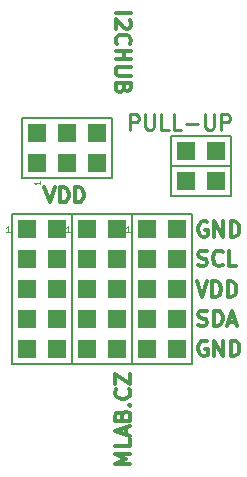
<source format=gbr>
%TF.GenerationSoftware,KiCad,Pcbnew,7.0.7-7.0.7~ubuntu23.04.1*%
%TF.CreationDate,2023-09-17T09:29:20+00:00*%
%TF.ProjectId,I2CHUB01,49324348-5542-4303-912e-6b696361645f,rev?*%
%TF.SameCoordinates,Original*%
%TF.FileFunction,Legend,Top*%
%TF.FilePolarity,Positive*%
%FSLAX46Y46*%
G04 Gerber Fmt 4.6, Leading zero omitted, Abs format (unit mm)*
G04 Created by KiCad (PCBNEW 7.0.7-7.0.7~ubuntu23.04.1) date 2023-09-17 09:29:20*
%MOMM*%
%LPD*%
G01*
G04 APERTURE LIST*
%ADD10C,0.300000*%
%ADD11C,0.250000*%
%ADD12C,0.050000*%
%ADD13C,0.150000*%
%ADD14R,1.524000X1.524000*%
G04 APERTURE END LIST*
D10*
X17253344Y12018790D02*
X17129534Y12080695D01*
X17129534Y12080695D02*
X16943820Y12080695D01*
X16943820Y12080695D02*
X16758106Y12018790D01*
X16758106Y12018790D02*
X16634296Y11894980D01*
X16634296Y11894980D02*
X16572391Y11771171D01*
X16572391Y11771171D02*
X16510487Y11523552D01*
X16510487Y11523552D02*
X16510487Y11337838D01*
X16510487Y11337838D02*
X16572391Y11090219D01*
X16572391Y11090219D02*
X16634296Y10966409D01*
X16634296Y10966409D02*
X16758106Y10842600D01*
X16758106Y10842600D02*
X16943820Y10780695D01*
X16943820Y10780695D02*
X17067629Y10780695D01*
X17067629Y10780695D02*
X17253344Y10842600D01*
X17253344Y10842600D02*
X17315248Y10904504D01*
X17315248Y10904504D02*
X17315248Y11337838D01*
X17315248Y11337838D02*
X17067629Y11337838D01*
X17872391Y10780695D02*
X17872391Y12080695D01*
X17872391Y12080695D02*
X18615248Y10780695D01*
X18615248Y10780695D02*
X18615248Y12080695D01*
X19234296Y10780695D02*
X19234296Y12080695D01*
X19234296Y12080695D02*
X19543820Y12080695D01*
X19543820Y12080695D02*
X19729534Y12018790D01*
X19729534Y12018790D02*
X19853344Y11894980D01*
X19853344Y11894980D02*
X19915249Y11771171D01*
X19915249Y11771171D02*
X19977153Y11523552D01*
X19977153Y11523552D02*
X19977153Y11337838D01*
X19977153Y11337838D02*
X19915249Y11090219D01*
X19915249Y11090219D02*
X19853344Y10966409D01*
X19853344Y10966409D02*
X19729534Y10842600D01*
X19729534Y10842600D02*
X19543820Y10780695D01*
X19543820Y10780695D02*
X19234296Y10780695D01*
X10745804Y1652261D02*
X9445804Y1652261D01*
X9445804Y1652261D02*
X10374376Y2085595D01*
X10374376Y2085595D02*
X9445804Y2518928D01*
X9445804Y2518928D02*
X10745804Y2518928D01*
X10745804Y3757023D02*
X10745804Y3137975D01*
X10745804Y3137975D02*
X9445804Y3137975D01*
X10374376Y4128452D02*
X10374376Y4747499D01*
X10745804Y4004642D02*
X9445804Y4437975D01*
X9445804Y4437975D02*
X10745804Y4871309D01*
X10064852Y5737976D02*
X10126757Y5923690D01*
X10126757Y5923690D02*
X10188661Y5985595D01*
X10188661Y5985595D02*
X10312471Y6047499D01*
X10312471Y6047499D02*
X10498185Y6047499D01*
X10498185Y6047499D02*
X10621995Y5985595D01*
X10621995Y5985595D02*
X10683900Y5923690D01*
X10683900Y5923690D02*
X10745804Y5799880D01*
X10745804Y5799880D02*
X10745804Y5304642D01*
X10745804Y5304642D02*
X9445804Y5304642D01*
X9445804Y5304642D02*
X9445804Y5737976D01*
X9445804Y5737976D02*
X9507709Y5861785D01*
X9507709Y5861785D02*
X9569614Y5923690D01*
X9569614Y5923690D02*
X9693423Y5985595D01*
X9693423Y5985595D02*
X9817233Y5985595D01*
X9817233Y5985595D02*
X9941042Y5923690D01*
X9941042Y5923690D02*
X10002947Y5861785D01*
X10002947Y5861785D02*
X10064852Y5737976D01*
X10064852Y5737976D02*
X10064852Y5304642D01*
X10621995Y6604642D02*
X10683900Y6666547D01*
X10683900Y6666547D02*
X10745804Y6604642D01*
X10745804Y6604642D02*
X10683900Y6542738D01*
X10683900Y6542738D02*
X10621995Y6604642D01*
X10621995Y6604642D02*
X10745804Y6604642D01*
X10621995Y7966547D02*
X10683900Y7904643D01*
X10683900Y7904643D02*
X10745804Y7718928D01*
X10745804Y7718928D02*
X10745804Y7595119D01*
X10745804Y7595119D02*
X10683900Y7409405D01*
X10683900Y7409405D02*
X10560090Y7285595D01*
X10560090Y7285595D02*
X10436280Y7223690D01*
X10436280Y7223690D02*
X10188661Y7161786D01*
X10188661Y7161786D02*
X10002947Y7161786D01*
X10002947Y7161786D02*
X9755328Y7223690D01*
X9755328Y7223690D02*
X9631519Y7285595D01*
X9631519Y7285595D02*
X9507709Y7409405D01*
X9507709Y7409405D02*
X9445804Y7595119D01*
X9445804Y7595119D02*
X9445804Y7718928D01*
X9445804Y7718928D02*
X9507709Y7904643D01*
X9507709Y7904643D02*
X9569614Y7966547D01*
X9445804Y8399881D02*
X9445804Y9266547D01*
X9445804Y9266547D02*
X10745804Y8399881D01*
X10745804Y8399881D02*
X10745804Y9266547D01*
X17253344Y22115290D02*
X17129534Y22177195D01*
X17129534Y22177195D02*
X16943820Y22177195D01*
X16943820Y22177195D02*
X16758106Y22115290D01*
X16758106Y22115290D02*
X16634296Y21991480D01*
X16634296Y21991480D02*
X16572391Y21867671D01*
X16572391Y21867671D02*
X16510487Y21620052D01*
X16510487Y21620052D02*
X16510487Y21434338D01*
X16510487Y21434338D02*
X16572391Y21186719D01*
X16572391Y21186719D02*
X16634296Y21062909D01*
X16634296Y21062909D02*
X16758106Y20939100D01*
X16758106Y20939100D02*
X16943820Y20877195D01*
X16943820Y20877195D02*
X17067629Y20877195D01*
X17067629Y20877195D02*
X17253344Y20939100D01*
X17253344Y20939100D02*
X17315248Y21001004D01*
X17315248Y21001004D02*
X17315248Y21434338D01*
X17315248Y21434338D02*
X17067629Y21434338D01*
X17872391Y20877195D02*
X17872391Y22177195D01*
X17872391Y22177195D02*
X18615248Y20877195D01*
X18615248Y20877195D02*
X18615248Y22177195D01*
X19234296Y20877195D02*
X19234296Y22177195D01*
X19234296Y22177195D02*
X19543820Y22177195D01*
X19543820Y22177195D02*
X19729534Y22115290D01*
X19729534Y22115290D02*
X19853344Y21991480D01*
X19853344Y21991480D02*
X19915249Y21867671D01*
X19915249Y21867671D02*
X19977153Y21620052D01*
X19977153Y21620052D02*
X19977153Y21434338D01*
X19977153Y21434338D02*
X19915249Y21186719D01*
X19915249Y21186719D02*
X19853344Y21062909D01*
X19853344Y21062909D02*
X19729534Y20939100D01*
X19729534Y20939100D02*
X19543820Y20877195D01*
X19543820Y20877195D02*
X19234296Y20877195D01*
X16510487Y18462600D02*
X16696201Y18400695D01*
X16696201Y18400695D02*
X17005725Y18400695D01*
X17005725Y18400695D02*
X17129534Y18462600D01*
X17129534Y18462600D02*
X17191439Y18524504D01*
X17191439Y18524504D02*
X17253344Y18648314D01*
X17253344Y18648314D02*
X17253344Y18772123D01*
X17253344Y18772123D02*
X17191439Y18895933D01*
X17191439Y18895933D02*
X17129534Y18957838D01*
X17129534Y18957838D02*
X17005725Y19019742D01*
X17005725Y19019742D02*
X16758106Y19081647D01*
X16758106Y19081647D02*
X16634296Y19143552D01*
X16634296Y19143552D02*
X16572391Y19205457D01*
X16572391Y19205457D02*
X16510487Y19329266D01*
X16510487Y19329266D02*
X16510487Y19453076D01*
X16510487Y19453076D02*
X16572391Y19576885D01*
X16572391Y19576885D02*
X16634296Y19638790D01*
X16634296Y19638790D02*
X16758106Y19700695D01*
X16758106Y19700695D02*
X17067629Y19700695D01*
X17067629Y19700695D02*
X17253344Y19638790D01*
X18553343Y18524504D02*
X18491439Y18462600D01*
X18491439Y18462600D02*
X18305724Y18400695D01*
X18305724Y18400695D02*
X18181915Y18400695D01*
X18181915Y18400695D02*
X17996201Y18462600D01*
X17996201Y18462600D02*
X17872391Y18586409D01*
X17872391Y18586409D02*
X17810486Y18710219D01*
X17810486Y18710219D02*
X17748582Y18957838D01*
X17748582Y18957838D02*
X17748582Y19143552D01*
X17748582Y19143552D02*
X17810486Y19391171D01*
X17810486Y19391171D02*
X17872391Y19514980D01*
X17872391Y19514980D02*
X17996201Y19638790D01*
X17996201Y19638790D02*
X18181915Y19700695D01*
X18181915Y19700695D02*
X18305724Y19700695D01*
X18305724Y19700695D02*
X18491439Y19638790D01*
X18491439Y19638790D02*
X18553343Y19576885D01*
X19729534Y18400695D02*
X19110486Y18400695D01*
X19110486Y18400695D02*
X19110486Y19700695D01*
X3473666Y25098195D02*
X3906999Y23798195D01*
X3906999Y23798195D02*
X4340333Y25098195D01*
X4773666Y23798195D02*
X4773666Y25098195D01*
X4773666Y25098195D02*
X5083190Y25098195D01*
X5083190Y25098195D02*
X5268904Y25036290D01*
X5268904Y25036290D02*
X5392714Y24912480D01*
X5392714Y24912480D02*
X5454619Y24788671D01*
X5454619Y24788671D02*
X5516523Y24541052D01*
X5516523Y24541052D02*
X5516523Y24355338D01*
X5516523Y24355338D02*
X5454619Y24107719D01*
X5454619Y24107719D02*
X5392714Y23983909D01*
X5392714Y23983909D02*
X5268904Y23860100D01*
X5268904Y23860100D02*
X5083190Y23798195D01*
X5083190Y23798195D02*
X4773666Y23798195D01*
X6073666Y23798195D02*
X6073666Y25098195D01*
X6073666Y25098195D02*
X6383190Y25098195D01*
X6383190Y25098195D02*
X6568904Y25036290D01*
X6568904Y25036290D02*
X6692714Y24912480D01*
X6692714Y24912480D02*
X6754619Y24788671D01*
X6754619Y24788671D02*
X6816523Y24541052D01*
X6816523Y24541052D02*
X6816523Y24355338D01*
X6816523Y24355338D02*
X6754619Y24107719D01*
X6754619Y24107719D02*
X6692714Y23983909D01*
X6692714Y23983909D02*
X6568904Y23860100D01*
X6568904Y23860100D02*
X6383190Y23798195D01*
X6383190Y23798195D02*
X6073666Y23798195D01*
X9510695Y39793452D02*
X10810695Y39793452D01*
X10686885Y39236308D02*
X10748790Y39174404D01*
X10748790Y39174404D02*
X10810695Y39050594D01*
X10810695Y39050594D02*
X10810695Y38741070D01*
X10810695Y38741070D02*
X10748790Y38617261D01*
X10748790Y38617261D02*
X10686885Y38555356D01*
X10686885Y38555356D02*
X10563076Y38493451D01*
X10563076Y38493451D02*
X10439266Y38493451D01*
X10439266Y38493451D02*
X10253552Y38555356D01*
X10253552Y38555356D02*
X9510695Y39298213D01*
X9510695Y39298213D02*
X9510695Y38493451D01*
X9634504Y37193452D02*
X9572600Y37255356D01*
X9572600Y37255356D02*
X9510695Y37441071D01*
X9510695Y37441071D02*
X9510695Y37564880D01*
X9510695Y37564880D02*
X9572600Y37750594D01*
X9572600Y37750594D02*
X9696409Y37874404D01*
X9696409Y37874404D02*
X9820219Y37936309D01*
X9820219Y37936309D02*
X10067838Y37998213D01*
X10067838Y37998213D02*
X10253552Y37998213D01*
X10253552Y37998213D02*
X10501171Y37936309D01*
X10501171Y37936309D02*
X10624980Y37874404D01*
X10624980Y37874404D02*
X10748790Y37750594D01*
X10748790Y37750594D02*
X10810695Y37564880D01*
X10810695Y37564880D02*
X10810695Y37441071D01*
X10810695Y37441071D02*
X10748790Y37255356D01*
X10748790Y37255356D02*
X10686885Y37193452D01*
X9510695Y36636309D02*
X10810695Y36636309D01*
X10191647Y36636309D02*
X10191647Y35893452D01*
X9510695Y35893452D02*
X10810695Y35893452D01*
X10810695Y35274404D02*
X9758314Y35274404D01*
X9758314Y35274404D02*
X9634504Y35212499D01*
X9634504Y35212499D02*
X9572600Y35150594D01*
X9572600Y35150594D02*
X9510695Y35026785D01*
X9510695Y35026785D02*
X9510695Y34779166D01*
X9510695Y34779166D02*
X9572600Y34655356D01*
X9572600Y34655356D02*
X9634504Y34593451D01*
X9634504Y34593451D02*
X9758314Y34531547D01*
X9758314Y34531547D02*
X10810695Y34531547D01*
X10191647Y33479165D02*
X10129742Y33293451D01*
X10129742Y33293451D02*
X10067838Y33231546D01*
X10067838Y33231546D02*
X9944028Y33169642D01*
X9944028Y33169642D02*
X9758314Y33169642D01*
X9758314Y33169642D02*
X9634504Y33231546D01*
X9634504Y33231546D02*
X9572600Y33293451D01*
X9572600Y33293451D02*
X9510695Y33417261D01*
X9510695Y33417261D02*
X9510695Y33912499D01*
X9510695Y33912499D02*
X10810695Y33912499D01*
X10810695Y33912499D02*
X10810695Y33479165D01*
X10810695Y33479165D02*
X10748790Y33355356D01*
X10748790Y33355356D02*
X10686885Y33293451D01*
X10686885Y33293451D02*
X10563076Y33231546D01*
X10563076Y33231546D02*
X10439266Y33231546D01*
X10439266Y33231546D02*
X10315457Y33293451D01*
X10315457Y33293451D02*
X10253552Y33355356D01*
X10253552Y33355356D02*
X10191647Y33479165D01*
X10191647Y33479165D02*
X10191647Y33912499D01*
X16386677Y17097195D02*
X16820010Y15797195D01*
X16820010Y15797195D02*
X17253344Y17097195D01*
X17686677Y15797195D02*
X17686677Y17097195D01*
X17686677Y17097195D02*
X17996201Y17097195D01*
X17996201Y17097195D02*
X18181915Y17035290D01*
X18181915Y17035290D02*
X18305725Y16911480D01*
X18305725Y16911480D02*
X18367630Y16787671D01*
X18367630Y16787671D02*
X18429534Y16540052D01*
X18429534Y16540052D02*
X18429534Y16354338D01*
X18429534Y16354338D02*
X18367630Y16106719D01*
X18367630Y16106719D02*
X18305725Y15982909D01*
X18305725Y15982909D02*
X18181915Y15859100D01*
X18181915Y15859100D02*
X17996201Y15797195D01*
X17996201Y15797195D02*
X17686677Y15797195D01*
X18986677Y15797195D02*
X18986677Y17097195D01*
X18986677Y17097195D02*
X19296201Y17097195D01*
X19296201Y17097195D02*
X19481915Y17035290D01*
X19481915Y17035290D02*
X19605725Y16911480D01*
X19605725Y16911480D02*
X19667630Y16787671D01*
X19667630Y16787671D02*
X19729534Y16540052D01*
X19729534Y16540052D02*
X19729534Y16354338D01*
X19729534Y16354338D02*
X19667630Y16106719D01*
X19667630Y16106719D02*
X19605725Y15982909D01*
X19605725Y15982909D02*
X19481915Y15859100D01*
X19481915Y15859100D02*
X19296201Y15797195D01*
X19296201Y15797195D02*
X18986677Y15797195D01*
D11*
X10712975Y29955095D02*
X10712975Y31255095D01*
X10712975Y31255095D02*
X11208213Y31255095D01*
X11208213Y31255095D02*
X11332023Y31193190D01*
X11332023Y31193190D02*
X11393928Y31131285D01*
X11393928Y31131285D02*
X11455832Y31007476D01*
X11455832Y31007476D02*
X11455832Y30821761D01*
X11455832Y30821761D02*
X11393928Y30697952D01*
X11393928Y30697952D02*
X11332023Y30636047D01*
X11332023Y30636047D02*
X11208213Y30574142D01*
X11208213Y30574142D02*
X10712975Y30574142D01*
X12012975Y31255095D02*
X12012975Y30202714D01*
X12012975Y30202714D02*
X12074880Y30078904D01*
X12074880Y30078904D02*
X12136785Y30017000D01*
X12136785Y30017000D02*
X12260594Y29955095D01*
X12260594Y29955095D02*
X12508213Y29955095D01*
X12508213Y29955095D02*
X12632023Y30017000D01*
X12632023Y30017000D02*
X12693928Y30078904D01*
X12693928Y30078904D02*
X12755832Y30202714D01*
X12755832Y30202714D02*
X12755832Y31255095D01*
X13993928Y29955095D02*
X13374880Y29955095D01*
X13374880Y29955095D02*
X13374880Y31255095D01*
X15046309Y29955095D02*
X14427261Y29955095D01*
X14427261Y29955095D02*
X14427261Y31255095D01*
X15479642Y30450333D02*
X16470119Y30450333D01*
X17089166Y31255095D02*
X17089166Y30202714D01*
X17089166Y30202714D02*
X17151071Y30078904D01*
X17151071Y30078904D02*
X17212976Y30017000D01*
X17212976Y30017000D02*
X17336785Y29955095D01*
X17336785Y29955095D02*
X17584404Y29955095D01*
X17584404Y29955095D02*
X17708214Y30017000D01*
X17708214Y30017000D02*
X17770119Y30078904D01*
X17770119Y30078904D02*
X17832023Y30202714D01*
X17832023Y30202714D02*
X17832023Y31255095D01*
X18451071Y29955095D02*
X18451071Y31255095D01*
X18451071Y31255095D02*
X18946309Y31255095D01*
X18946309Y31255095D02*
X19070119Y31193190D01*
X19070119Y31193190D02*
X19132024Y31131285D01*
X19132024Y31131285D02*
X19193928Y31007476D01*
X19193928Y31007476D02*
X19193928Y30821761D01*
X19193928Y30821761D02*
X19132024Y30697952D01*
X19132024Y30697952D02*
X19070119Y30636047D01*
X19070119Y30636047D02*
X18946309Y30574142D01*
X18946309Y30574142D02*
X18451071Y30574142D01*
D10*
X16510487Y13382600D02*
X16696201Y13320695D01*
X16696201Y13320695D02*
X17005725Y13320695D01*
X17005725Y13320695D02*
X17129534Y13382600D01*
X17129534Y13382600D02*
X17191439Y13444504D01*
X17191439Y13444504D02*
X17253344Y13568314D01*
X17253344Y13568314D02*
X17253344Y13692123D01*
X17253344Y13692123D02*
X17191439Y13815933D01*
X17191439Y13815933D02*
X17129534Y13877838D01*
X17129534Y13877838D02*
X17005725Y13939742D01*
X17005725Y13939742D02*
X16758106Y14001647D01*
X16758106Y14001647D02*
X16634296Y14063552D01*
X16634296Y14063552D02*
X16572391Y14125457D01*
X16572391Y14125457D02*
X16510487Y14249266D01*
X16510487Y14249266D02*
X16510487Y14373076D01*
X16510487Y14373076D02*
X16572391Y14496885D01*
X16572391Y14496885D02*
X16634296Y14558790D01*
X16634296Y14558790D02*
X16758106Y14620695D01*
X16758106Y14620695D02*
X17067629Y14620695D01*
X17067629Y14620695D02*
X17253344Y14558790D01*
X17810486Y13320695D02*
X17810486Y14620695D01*
X17810486Y14620695D02*
X18120010Y14620695D01*
X18120010Y14620695D02*
X18305724Y14558790D01*
X18305724Y14558790D02*
X18429534Y14434980D01*
X18429534Y14434980D02*
X18491439Y14311171D01*
X18491439Y14311171D02*
X18553343Y14063552D01*
X18553343Y14063552D02*
X18553343Y13877838D01*
X18553343Y13877838D02*
X18491439Y13630219D01*
X18491439Y13630219D02*
X18429534Y13506409D01*
X18429534Y13506409D02*
X18305724Y13382600D01*
X18305724Y13382600D02*
X18120010Y13320695D01*
X18120010Y13320695D02*
X17810486Y13320695D01*
X19048582Y13692123D02*
X19667629Y13692123D01*
X18924772Y13320695D02*
X19358105Y14620695D01*
X19358105Y14620695D02*
X19791439Y13320695D01*
D12*
X3086209Y25606357D02*
X3086209Y25320643D01*
X3086209Y25463500D02*
X2586209Y25463500D01*
X2586209Y25463500D02*
X2657638Y25415881D01*
X2657638Y25415881D02*
X2705257Y25368262D01*
X2705257Y25368262D02*
X2729066Y25320643D01*
X10683857Y21297790D02*
X10398143Y21297790D01*
X10541000Y21297790D02*
X10541000Y21797790D01*
X10541000Y21797790D02*
X10493381Y21726361D01*
X10493381Y21726361D02*
X10445762Y21678742D01*
X10445762Y21678742D02*
X10398143Y21654933D01*
X5603857Y21297790D02*
X5318143Y21297790D01*
X5461000Y21297790D02*
X5461000Y21797790D01*
X5461000Y21797790D02*
X5413381Y21726361D01*
X5413381Y21726361D02*
X5365762Y21678742D01*
X5365762Y21678742D02*
X5318143Y21654933D01*
X523857Y21297790D02*
X238143Y21297790D01*
X381000Y21297790D02*
X381000Y21797790D01*
X381000Y21797790D02*
X333381Y21726361D01*
X333381Y21726361D02*
X285762Y21678742D01*
X285762Y21678742D02*
X238143Y21654933D01*
D13*
%TO.C,J1*%
X1587500Y25844500D02*
X1587500Y30924500D01*
X9207500Y25844500D02*
X1587500Y25844500D01*
X1587500Y30924500D02*
X9207500Y30924500D01*
X9207500Y30924500D02*
X9207500Y25844500D01*
%TO.C,J2*%
X10922000Y22796500D02*
X16002000Y22796500D01*
X10922000Y10096500D02*
X10922000Y22796500D01*
X16002000Y22796500D02*
X16002000Y10096500D01*
X16002000Y10096500D02*
X10922000Y10096500D01*
%TO.C,J3*%
X5842000Y22796500D02*
X10922000Y22796500D01*
X5842000Y10096500D02*
X5842000Y22796500D01*
X10922000Y22796500D02*
X10922000Y10096500D01*
X10922000Y10096500D02*
X5842000Y10096500D01*
%TO.C,J4*%
X762000Y22796500D02*
X5842000Y22796500D01*
X762000Y10096500D02*
X762000Y22796500D01*
X5842000Y22796500D02*
X5842000Y10096500D01*
X5842000Y10096500D02*
X762000Y10096500D01*
%TO.C,J5*%
X14160500Y26860500D02*
X14160500Y29400500D01*
X19240500Y26860500D02*
X14160500Y26860500D01*
X14160500Y29400500D02*
X19240500Y29400500D01*
X19240500Y29400500D02*
X19240500Y26860500D01*
%TO.C,J6*%
X14160500Y24320500D02*
X14160500Y26860500D01*
X19240500Y24320500D02*
X14160500Y24320500D01*
X14160500Y26860500D02*
X19240500Y26860500D01*
X19240500Y26860500D02*
X19240500Y24320500D01*
%TD*%
D14*
%TO.C,J1*%
X2857500Y27114500D03*
X2857500Y29654500D03*
X5397500Y27114500D03*
X5397500Y29654500D03*
X7937500Y27114500D03*
X7937500Y29654500D03*
%TD*%
%TO.C,J2*%
X12192000Y21526500D03*
X14732000Y21526500D03*
X12192000Y18986500D03*
X14732000Y18986500D03*
X12192000Y16446500D03*
X14732000Y16446500D03*
X12192000Y13906500D03*
X14732000Y13906500D03*
X12192000Y11366500D03*
X14732000Y11366500D03*
%TD*%
%TO.C,J3*%
X7112000Y21526500D03*
X9652000Y21526500D03*
X7112000Y18986500D03*
X9652000Y18986500D03*
X7112000Y16446500D03*
X9652000Y16446500D03*
X7112000Y13906500D03*
X9652000Y13906500D03*
X7112000Y11366500D03*
X9652000Y11366500D03*
%TD*%
%TO.C,J4*%
X2032000Y21526500D03*
X4572000Y21526500D03*
X2032000Y18986500D03*
X4572000Y18986500D03*
X2032000Y16446500D03*
X4572000Y16446500D03*
X2032000Y13906500D03*
X4572000Y13906500D03*
X2032000Y11366500D03*
X4572000Y11366500D03*
%TD*%
%TO.C,J5*%
X15430500Y28130500D03*
X17970500Y28130500D03*
%TD*%
%TO.C,J6*%
X15430500Y25590500D03*
X17970500Y25590500D03*
%TD*%
M02*

</source>
